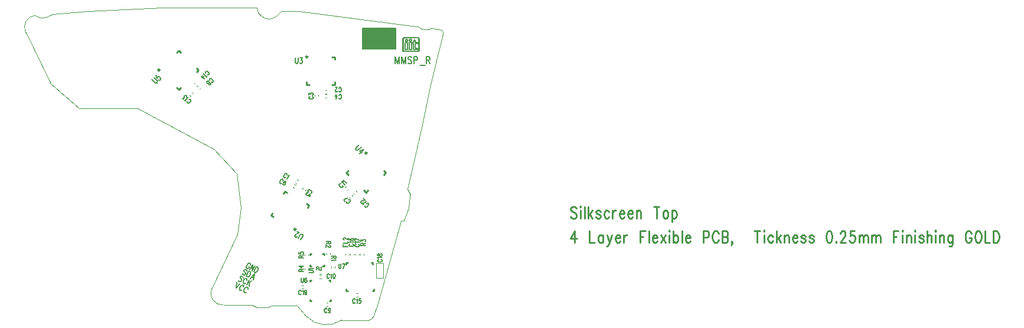
<source format=gbr>
*
*
G04 PADS 9.3 Build Number: 433611 generated Gerber (RS-274-X) file*
G04 PC Version=2.1*
*
%IN "MMSP_R.pcb"*%
*
%MOIN*%
*
%FSLAX35Y35*%
*
*
*
*
G04 PC Standard Apertures*
*
*
G04 Thermal Relief Aperture macro.*
%AMTER*
1,1,$1,0,0*
1,0,$1-$2,0,0*
21,0,$3,$4,0,0,45*
21,0,$3,$4,0,0,135*
%
*
*
G04 Annular Aperture macro.*
%AMANN*
1,1,$1,0,0*
1,0,$2,0,0*
%
*
*
G04 Odd Aperture macro.*
%AMODD*
1,1,$1,0,0*
1,0,$1-0.005,0,0*
%
*
*
G04 PC Custom Aperture Macros*
*
*
*
*
*
*
G04 PC Aperture Table*
*
%ADD010C,0.001*%
%ADD011C,0.00394*%
%ADD012C,0.004*%
%ADD013C,0.01*%
%ADD014C,0.00591*%
%ADD015C,0.00787*%
*
*
*
*
G04 PC Circuitry*
G04 Layer Name MMSP_R.pcb - circuitry*
%LPD*%
*
*
G04 PC Custom Flashes*
G04 Layer Name MMSP_R.pcb - flashes*
%LPD*%
*
*
G04 PC Circuitry*
G04 Layer Name MMSP_R.pcb - circuitry*
%LPD*%
*
G54D10*
G01X1084338Y879416D02*
G75*
G03X1091450Y870727I6795J-1694D01*
G01X1084337Y879411D02*
X1084469Y879661D01*
X1084449Y879640*
X1099338Y910590*
X1101338Y925590*
X1099000Y945000*
X1086000Y959000*
X1043000Y982000*
X1010098*
X994098Y996000*
X979772Y1024917*
X985282Y1034748D02*
G03X979774Y1024913I607J-6800D01*
G01X985288Y1034748D02*
X985335Y1034744D01*
X986024Y1034055*
X986021Y1034056D02*
G03X994094Y1034883I3373J6886D01*
G01X994091Y1034881D02*
X994565Y1035356D01*
X1015000Y1037000*
X1057000Y1039000*
X1110433*
G03X1113187Y1034052I5045J-433*
G01X1113191Y1034049D02*
G03X1121065I3937J4610D01*
G01X1121067Y1034051D02*
X1124016Y1037000D01*
X1134000*
X1200197Y1028298*
X1201353*
G03X1209173Y1027455I4431J4416*
G01X1209174D02*
X1209247Y1027530D01*
X1214758Y1026365*
X1215407Y1024033D02*
G03X1214757Y1026366I-2399J589D01*
G01X1215407Y1024032D02*
X1208068Y994095D01*
X1203663Y972687*
X1195353Y936537*
X1196877Y932972*
X1193429Y918301D02*
G03X1196877Y932946I-27976J14316D01*
G01X1193432Y918307D02*
X1191535D01*
X1188000Y905000*
X1178563Y871588*
X1175919Y863986*
X1173588Y862205D02*
G03X1175920Y863988I-330J2848D01*
G01X1173585Y862205D02*
X1158055D01*
X1138351Y864223D02*
G03X1158054Y862204I11040J10587D01*
G01X1138356Y864218D02*
X1132826Y870374D01*
X1118110*
X1116978Y869242*
X1110236*
X1107677Y870727*
X1091453*
G54D11*
X1133530Y941241D02*
X1132814Y941654D01*
X1132546Y939536D02*
X1131830Y939949D01*
X1146497Y887600D02*
X1145670D01*
X1146497Y885631D02*
X1145670D01*
X1160578Y937813D02*
X1159994Y937229D01*
X1161970Y936421D02*
X1161386Y935837D01*
X1164746Y934003D02*
X1165330Y933419D01*
X1166138Y935395D02*
X1166722Y934811D01*
X1072226Y989515D02*
X1072811Y988931D01*
X1073618Y990907D02*
X1074203Y990323D01*
X1076430Y994667D02*
X1077014Y995252D01*
X1075038Y996059D02*
X1075622Y996644D01*
X1167126Y877402D02*
X1166299D01*
X1167126Y875433D02*
X1166299D01*
X1162953Y899803D02*
Y898976D01*
X1164921Y899803D02*
Y898976D01*
X1165906Y899803D02*
Y898976D01*
X1167874Y899803D02*
Y898976D01*
X1148819Y990512D02*
X1149646D01*
X1148819Y992480D02*
X1149646D01*
X1142874Y989764D02*
Y988937D01*
X1144843Y989764D02*
Y988937D01*
X1148819Y988150D02*
X1149646D01*
X1148819Y990118D02*
X1149646D01*
X1137501Y935368D02*
X1137914Y936084D01*
X1135796Y936352D02*
X1136209Y937068D01*
X1132152Y938682D02*
X1131436Y939095D01*
X1131168Y936977D02*
X1130452Y937390D01*
X1162384Y931641D02*
X1162968Y931057D01*
X1163776Y933033D02*
X1164360Y932449D01*
X1078004Y993092D02*
X1078589Y993677D01*
X1076613Y994484D02*
X1077197Y995069D01*
X1150434Y872049D02*
X1149607D01*
X1150434Y870080D02*
X1149607D01*
X1145669Y888543D02*
X1146496D01*
X1145669Y890512D02*
X1146496D01*
X1160197Y899803D02*
Y898976D01*
X1162165Y899803D02*
Y898976D01*
X1152389Y892566D02*
Y891739D01*
X1154357Y892566D02*
Y891739D01*
X1151663Y899298D02*
Y900124D01*
X1149695Y899298D02*
Y900124D01*
X1168661Y899803D02*
Y898976D01*
X1170630Y899803D02*
Y898976D01*
X1136437Y881891D02*
X1135610D01*
X1136437Y879922D02*
X1135610D01*
X1139313Y890702D02*
Y891528D01*
X1137345Y890702D02*
Y891528D01*
X1137340Y899390D02*
Y898563D01*
X1139308Y899390D02*
Y898563D01*
G54D12*
X1181724Y894554D02*
X1177724D01*
Y886154*
X1181724*
Y894554*
G54D13*
X1140945Y884843D02*
X1140157D01*
Y884055*
Y873819D02*
Y873031D01*
X1140945*
X1151181D02*
X1151969D01*
Y873819*
X1151575Y884055D02*
Y884843D01*
X1150787*
X1161449Y894614D02*
X1160661D01*
Y893827*
Y879654D02*
Y878866D01*
X1161449*
X1175622D02*
X1176409D01*
Y879654*
X1175622Y893827D02*
Y894614D01*
X1174835*
X1132353Y913625D02*
G03X1132353I-573J0D01*
G01X1119506Y920711D02*
X1118142Y921499D01*
X1118929Y922863*
X1127380Y934350D02*
X1126016Y935137D01*
X1125229Y933773*
X1138290Y928050D02*
X1139681Y927247D01*
X1138878Y925856*
X1138959Y1011220D02*
G03X1138959I-573J0D01*
G01X1152559D02*
X1154134D01*
Y1009646*
X1152559Y995472D02*
X1154134D01*
Y997047*
X1139961Y995472D02*
X1138354D01*
Y997079*
X1172424Y956805D02*
G03X1172424I-574J0D01*
G01X1181872Y946783D02*
X1182986Y945669D01*
X1181872Y944556*
X1170737Y935647D02*
X1171850Y934534D01*
X1172964Y935647*
X1161828Y944556D02*
X1160693Y945692D01*
X1161828Y946827*
X1055579Y1003740D02*
G03X1055579I-573J0D01*
G01X1065028Y1013762D02*
X1066142Y1014876D01*
X1067255Y1013762*
X1076164Y1002627D02*
X1077277Y1003740D01*
X1076164Y1004854*
X1067255Y993718D02*
X1066119Y992582D01*
X1064984Y993718*
X1140255Y893391D02*
Y892604D01*
X1141043*
X1147342D02*
X1148129D01*
Y893391*
Y898903D02*
Y899690D01*
X1147342*
X1141043D02*
X1140255D01*
Y898903*
X1289674Y912665D02*
X1287402Y908290D01*
X1290811*
X1289674Y912665D02*
Y906102D01*
X1298083Y912665D02*
Y906102D01*
X1300811*
X1305583Y910477D02*
Y906102D01*
Y909540D02*
X1305129Y910165D01*
X1304674Y910477*
X1303992*
X1303538Y910165*
X1303083Y909540*
X1302856Y908602*
Y907977*
X1303083Y907040*
X1303538Y906415*
X1303992Y906102*
X1304674*
X1305129Y906415*
X1305583Y907040*
X1307856Y910477D02*
X1309220Y906102D01*
X1310583Y910477D02*
X1309220Y906102D01*
X1308765Y904852*
X1308311Y904227*
X1307856Y903915*
X1307629*
X1312629Y908602D02*
X1315356D01*
Y909227*
X1315129Y909852*
X1314902Y910165*
X1314447Y910477*
X1313765*
X1313311Y910165*
X1312856Y909540*
X1312629Y908602*
Y907977*
X1312856Y907040*
X1313311Y906415*
X1313765Y906102*
X1314447*
X1314902Y906415*
X1315356Y907040*
X1317402Y910477D02*
Y906102D01*
Y908602D02*
X1317629Y909540D01*
X1318083Y910165*
X1318538Y910477*
X1319220*
X1326492Y912665D02*
Y906102D01*
Y912665D02*
X1329447D01*
X1326492Y909540D02*
X1328311D01*
X1331492Y912665D02*
Y906102D01*
X1333538Y908602D02*
X1336265D01*
Y909227*
X1336038Y909852*
X1335811Y910165*
X1335356Y910477*
X1334674*
X1334220Y910165*
X1333765Y909540*
X1333538Y908602*
Y907977*
X1333765Y907040*
X1334220Y906415*
X1334674Y906102*
X1335356*
X1335811Y906415*
X1336265Y907040*
X1338311Y910477D02*
X1340811Y906102D01*
Y910477D02*
X1338311Y906102D01*
X1342856Y912665D02*
X1343083Y912352D01*
X1343311Y912665*
X1343083Y912977*
X1342856Y912665*
X1343083Y910477D02*
Y906102D01*
X1345356Y912665D02*
Y906102D01*
Y909540D02*
X1345811Y910165D01*
X1346265Y910477*
X1346947*
X1347402Y910165*
X1347856Y909540*
X1348083Y908602*
Y907977*
X1347856Y907040*
X1347402Y906415*
X1346947Y906102*
X1346265*
X1345811Y906415*
X1345356Y907040*
X1350129Y912665D02*
Y906102D01*
X1352174Y908602D02*
X1354902D01*
Y909227*
X1354674Y909852*
X1354447Y910165*
X1353992Y910477*
X1353311*
X1352856Y910165*
X1352402Y909540*
X1352174Y908602*
Y907977*
X1352402Y907040*
X1352856Y906415*
X1353311Y906102*
X1353992*
X1354447Y906415*
X1354902Y907040*
X1362174Y912665D02*
Y906102D01*
Y912665D02*
X1364220D01*
X1364902Y912352*
X1365129Y912040*
X1365356Y911415*
Y910477*
X1365129Y909852*
X1364902Y909540*
X1364220Y909227*
X1362174*
X1370811Y911102D02*
X1370583Y911727D01*
X1370129Y912352*
X1369674Y912665*
X1368765*
X1368311Y912352*
X1367856Y911727*
X1367629Y911102*
X1367402Y910165*
Y908602*
X1367629Y907665*
X1367856Y907040*
X1368311Y906415*
X1368765Y906102*
X1369674*
X1370129Y906415*
X1370583Y907040*
X1370811Y907665*
X1372856Y912665D02*
Y906102D01*
Y912665D02*
X1374902D01*
X1375583Y912352*
X1375811Y912040*
X1376038Y911415*
Y910790*
X1375811Y910165*
X1375583Y909852*
X1374902Y909540*
X1372856D02*
X1374902D01*
X1375583Y909227*
X1375811Y908915*
X1376038Y908290*
Y907352*
X1375811Y906727*
X1375583Y906415*
X1374902Y906102*
X1372856*
X1378538Y906415D02*
X1378311Y906102D01*
X1378083Y906415*
X1378311Y906727*
X1378538Y906415*
Y905790*
X1378311Y905165*
X1378083Y904852*
X1392629Y912665D02*
Y906102D01*
X1391038Y912665D02*
X1394220D01*
X1396265D02*
X1396492Y912352D01*
X1396720Y912665*
X1396492Y912977*
X1396265Y912665*
X1396492Y910477D02*
Y906102D01*
X1401492Y909540D02*
X1401038Y910165D01*
X1400583Y910477*
X1399902*
X1399447Y910165*
X1398992Y909540*
X1398765Y908602*
Y907977*
X1398992Y907040*
X1399447Y906415*
X1399902Y906102*
X1400583*
X1401038Y906415*
X1401492Y907040*
X1403538Y912665D02*
Y906102D01*
X1405811Y910477D02*
X1403538Y907352D01*
X1404447Y908602D02*
X1406038Y906102D01*
X1408083Y910477D02*
Y906102D01*
Y909227D02*
X1408765Y910165D01*
X1409220Y910477*
X1409902*
X1410356Y910165*
X1410583Y909227*
Y906102*
X1412629Y908602D02*
X1415356D01*
Y909227*
X1415129Y909852*
X1414902Y910165*
X1414447Y910477*
X1413765*
X1413311Y910165*
X1412856Y909540*
X1412629Y908602*
Y907977*
X1412856Y907040*
X1413311Y906415*
X1413765Y906102*
X1414447*
X1414902Y906415*
X1415356Y907040*
X1419902Y909540D02*
X1419674Y910165D01*
X1418992Y910477*
X1418311*
X1417629Y910165*
X1417402Y909540*
X1417629Y908915*
X1418083Y908602*
X1419220Y908290*
X1419674Y907977*
X1419902Y907352*
Y907040*
X1419674Y906415*
X1418992Y906102*
X1418311*
X1417629Y906415*
X1417402Y907040*
X1424447Y909540D02*
X1424220Y910165D01*
X1423538Y910477*
X1422856*
X1422174Y910165*
X1421947Y909540*
X1422174Y908915*
X1422629Y908602*
X1423765Y908290*
X1424220Y907977*
X1424447Y907352*
Y907040*
X1424220Y906415*
X1423538Y906102*
X1422856*
X1422174Y906415*
X1421947Y907040*
X1433083Y912665D02*
X1432402Y912352D01*
X1431947Y911415*
X1431720Y909852*
Y908915*
X1431947Y907352*
X1432402Y906415*
X1433083Y906102*
X1433538*
X1434220Y906415*
X1434674Y907352*
X1434902Y908915*
Y909852*
X1434674Y911415*
X1434220Y912352*
X1433538Y912665*
X1433083*
X1437174Y906727D02*
X1436947Y906415D01*
X1437174Y906102*
X1437402Y906415*
X1437174Y906727*
X1439674Y911102D02*
Y911415D01*
X1439902Y912040*
X1440129Y912352*
X1440583Y912665*
X1441492*
X1441947Y912352*
X1442174Y912040*
X1442402Y911415*
Y910790*
X1442174Y910165*
X1441720Y909227*
X1439447Y906102*
X1442629*
X1447629Y912665D02*
X1445356D01*
X1445129Y909852*
X1445356Y910165*
X1446038Y910477*
X1446720*
X1447402Y910165*
X1447856Y909540*
X1448083Y908602*
X1447856Y907977*
X1447629Y907040*
X1447174Y906415*
X1446492Y906102*
X1445811*
X1445129Y906415*
X1444902Y906727*
X1444674Y907352*
X1450129Y910477D02*
Y906102D01*
Y909227D02*
X1450811Y910165D01*
X1451265Y910477*
X1451947*
X1452402Y910165*
X1452629Y909227*
Y906102*
Y909227D02*
X1453311Y910165D01*
X1453765Y910477*
X1454447*
X1454902Y910165*
X1455129Y909227*
Y906102*
X1457174Y910477D02*
Y906102D01*
Y909227D02*
X1457856Y910165D01*
X1458311Y910477*
X1458992*
X1459447Y910165*
X1459674Y909227*
Y906102*
Y909227D02*
X1460356Y910165D01*
X1460811Y910477*
X1461492*
X1461947Y910165*
X1462174Y909227*
Y906102*
X1469447Y912665D02*
Y906102D01*
Y912665D02*
X1472402D01*
X1469447Y909540D02*
X1471265D01*
X1474447Y912665D02*
X1474674Y912352D01*
X1474902Y912665*
X1474674Y912977*
X1474447Y912665*
X1474674Y910477D02*
Y906102D01*
X1476947Y910477D02*
Y906102D01*
Y909227D02*
X1477629Y910165D01*
X1478083Y910477*
X1478765*
X1479220Y910165*
X1479447Y909227*
Y906102*
X1481492Y912665D02*
X1481720Y912352D01*
X1481947Y912665*
X1481720Y912977*
X1481492Y912665*
X1481720Y910477D02*
Y906102D01*
X1486492Y909540D02*
X1486265Y910165D01*
X1485583Y910477*
X1484902*
X1484220Y910165*
X1483992Y909540*
X1484220Y908915*
X1484674Y908602*
X1485811Y908290*
X1486265Y907977*
X1486492Y907352*
Y907040*
X1486265Y906415*
X1485583Y906102*
X1484902*
X1484220Y906415*
X1483992Y907040*
X1488538Y912665D02*
Y906102D01*
Y909227D02*
X1489220Y910165D01*
X1489674Y910477*
X1490356*
X1490811Y910165*
X1491038Y909227*
Y906102*
X1493083Y912665D02*
X1493311Y912352D01*
X1493538Y912665*
X1493311Y912977*
X1493083Y912665*
X1493311Y910477D02*
Y906102D01*
X1495583Y910477D02*
Y906102D01*
Y909227D02*
X1496265Y910165D01*
X1496720Y910477*
X1497402*
X1497856Y910165*
X1498083Y909227*
Y906102*
X1502856Y910477D02*
Y905477D01*
X1502629Y904540*
X1502402Y904227*
X1501947Y903915*
X1501265*
X1500811Y904227*
X1502856Y909540D02*
X1502402Y910165D01*
X1501947Y910477*
X1501265*
X1500811Y910165*
X1500356Y909540*
X1500129Y908602*
Y907977*
X1500356Y907040*
X1500811Y906415*
X1501265Y906102*
X1501947*
X1502402Y906415*
X1502856Y907040*
X1513538Y911102D02*
X1513311Y911727D01*
X1512856Y912352*
X1512402Y912665*
X1511492*
X1511038Y912352*
X1510583Y911727*
X1510356Y911102*
X1510129Y910165*
Y908602*
X1510356Y907665*
X1510583Y907040*
X1511038Y906415*
X1511492Y906102*
X1512402*
X1512856Y906415*
X1513311Y907040*
X1513538Y907665*
Y908602*
X1512402D02*
X1513538D01*
X1516947Y912665D02*
X1516492Y912352D01*
X1516038Y911727*
X1515811Y911102*
X1515583Y910165*
Y908602*
X1515811Y907665*
X1516038Y907040*
X1516492Y906415*
X1516947Y906102*
X1517856*
X1518311Y906415*
X1518765Y907040*
X1518992Y907665*
X1519220Y908602*
Y910165*
X1518992Y911102*
X1518765Y911727*
X1518311Y912352*
X1517856Y912665*
X1516947*
X1521265D02*
Y906102D01*
X1523992*
X1526038Y912665D02*
Y906102D01*
Y912665D02*
X1527629D01*
X1528311Y912352*
X1528765Y911727*
X1528992Y911102*
X1529220Y910165*
Y908602*
X1528992Y907665*
X1528765Y907040*
X1528311Y906415*
X1527629Y906102*
X1526038*
X1290583Y925507D02*
X1290129Y926132D01*
X1289447Y926444*
X1288538*
X1287856Y926132*
X1287402Y925507*
Y924882*
X1287629Y924257*
X1287856Y923944*
X1288311Y923632*
X1289674Y923007*
X1290129Y922694*
X1290356Y922382*
X1290583Y921757*
Y920819*
X1290129Y920194*
X1289447Y919882*
X1288538*
X1287856Y920194*
X1287402Y920819*
X1292629Y926444D02*
X1292856Y926132D01*
X1293083Y926444*
X1292856Y926757*
X1292629Y926444*
X1292856Y924257D02*
Y919882D01*
X1295129Y926444D02*
Y919882D01*
X1297174Y926444D02*
Y919882D01*
X1299447Y924257D02*
X1297174Y921132D01*
X1298083Y922382D02*
X1299674Y919882D01*
X1304220Y923319D02*
X1303992Y923944D01*
X1303311Y924257*
X1302629*
X1301947Y923944*
X1301720Y923319*
X1301947Y922694*
X1302402Y922382*
X1303538Y922069*
X1303992Y921757*
X1304220Y921132*
Y920819*
X1303992Y920194*
X1303311Y919882*
X1302629*
X1301947Y920194*
X1301720Y920819*
X1308992Y923319D02*
X1308538Y923944D01*
X1308083Y924257*
X1307402*
X1306947Y923944*
X1306492Y923319*
X1306265Y922382*
Y921757*
X1306492Y920819*
X1306947Y920194*
X1307402Y919882*
X1308083*
X1308538Y920194*
X1308992Y920819*
X1311038Y924257D02*
Y919882D01*
Y922382D02*
X1311265Y923319D01*
X1311720Y923944*
X1312174Y924257*
X1312856*
X1314902Y922382D02*
X1317629D01*
Y923007*
X1317402Y923632*
X1317174Y923944*
X1316720Y924257*
X1316038*
X1315583Y923944*
X1315129Y923319*
X1314902Y922382*
Y921757*
X1315129Y920819*
X1315583Y920194*
X1316038Y919882*
X1316720*
X1317174Y920194*
X1317629Y920819*
X1319674Y922382D02*
X1322402D01*
Y923007*
X1322174Y923632*
X1321947Y923944*
X1321492Y924257*
X1320811*
X1320356Y923944*
X1319902Y923319*
X1319674Y922382*
Y921757*
X1319902Y920819*
X1320356Y920194*
X1320811Y919882*
X1321492*
X1321947Y920194*
X1322402Y920819*
X1324447Y924257D02*
Y919882D01*
Y923007D02*
X1325129Y923944D01*
X1325583Y924257*
X1326265*
X1326720Y923944*
X1326947Y923007*
Y919882*
X1335811Y926444D02*
Y919882D01*
X1334220Y926444D02*
X1337402D01*
X1340583Y924257D02*
X1340129Y923944D01*
X1339674Y923319*
X1339447Y922382*
Y921757*
X1339674Y920819*
X1340129Y920194*
X1340583Y919882*
X1341265*
X1341720Y920194*
X1342174Y920819*
X1342402Y921757*
Y922382*
X1342174Y923319*
X1341720Y923944*
X1341265Y924257*
X1340583*
X1344447D02*
Y917694D01*
Y923319D02*
X1344902Y923944D01*
X1345356Y924257*
X1346038*
X1346492Y923944*
X1346947Y923319*
X1347174Y922382*
Y921757*
X1346947Y920819*
X1346492Y920194*
X1346038Y919882*
X1345356*
X1344902Y920194*
X1344447Y920819*
G54D14*
X1127147Y944341D02*
X1127192Y944599D01*
X1127160Y944901*
X1127067Y945097*
X1126757Y945276*
X1126540Y945259*
X1126262Y945135*
X1126062Y944967*
X1125800Y944692*
X1125492Y944159*
X1125385Y943795*
X1125340Y943537*
X1125371Y943235*
X1125465Y943039*
X1125775Y942860*
X1125991Y942877*
X1126269Y943000*
X1126470Y943169*
X1127906Y944045D02*
X1128122Y944062D01*
X1128539Y944247*
X1127247Y942010*
X1151145Y887795D02*
X1151056Y888041D01*
X1150877Y888287*
X1150698Y888410*
X1150340*
X1150161Y888287*
X1149982Y888041*
X1149893Y887795*
X1149803Y887426*
Y886811*
X1149893Y886442*
X1149982Y886196*
X1150161Y885950*
X1150340Y885827*
X1150698*
X1150877Y885950*
X1151056Y886196*
X1151145Y886442*
X1151951Y887918D02*
X1152130Y888041D01*
X1152398Y888410*
Y885827*
X1153740Y888410D02*
X1153472Y888287D01*
X1153293Y887918*
X1153203Y887303*
Y886934*
X1153293Y886319*
X1153472Y885950*
X1153740Y885827*
X1153919*
X1154188Y885950*
X1154366Y886319*
X1154366D02*
X1154456Y886934D01*
Y887303*
X1154366Y887918*
X1154366D02*
X1154188Y888287D01*
X1153919Y888410*
X1153740*
X1157671Y939330D02*
X1157434Y939441D01*
X1157133Y939488*
X1156920Y939449*
X1156667Y939196*
X1156627Y938982*
X1156675Y938682*
X1156785Y938445*
X1156983Y938120*
X1157418Y937685*
X1157742Y937488*
X1157980Y937377*
X1158280Y937329*
X1158494Y937369*
X1158747Y937622*
X1158786Y937836*
X1158739Y938136*
X1158628Y938373*
X1158154Y939987D02*
X1158193Y940200D01*
X1158122Y940651*
X1159949Y938824*
X1159039Y940873D02*
X1159079Y941086D01*
X1159008Y941537*
X1160835Y939710*
X1171382Y927195D02*
X1171272Y926958D01*
X1171224Y926657*
X1171264Y926444*
X1171517Y926191*
X1171730Y926151*
X1172031Y926199*
X1172268Y926309*
X1172592Y926507*
X1173027Y926942*
X1173225Y927266*
X1173336Y927504*
X1173383Y927804*
X1173344Y928018*
X1173091Y928271*
X1172877Y928310*
X1172577Y928263*
X1172577D02*
X1172339Y928152D01*
X1170726Y927678D02*
X1170512Y927717D01*
X1170062Y927646*
X1171888Y929473*
X1169864Y928714D02*
X1169777Y928627D01*
X1169540Y928516*
X1169389Y928492*
X1169176Y928532*
X1168923Y928785*
X1168883Y928998*
X1168907Y929149*
X1169018Y929386*
X1169192Y929560*
X1169429Y929671*
X1169816Y929805*
X1171319Y930042*
X1170433Y930928*
X1071027Y986038D02*
X1070916Y985801D01*
X1070868Y985500*
X1070908Y985287*
X1071161Y985033*
X1071375Y984994*
X1071675Y985041*
X1071912Y985152*
X1072237Y985350*
X1072672Y985785*
X1072869Y986109*
X1072980Y986346*
X1073027Y986647*
X1072988Y986860*
X1072735Y987113*
X1072521Y987153*
X1072221Y987106*
X1071984Y986995*
X1070370Y986520D02*
X1070157Y986560D01*
X1069706Y986489*
X1071533Y988316*
X1069010Y987185D02*
X1068314Y987881D01*
X1069389Y988197*
X1069200Y988387*
X1069160Y988600*
X1069184Y988751*
X1069382Y989075*
X1069556Y989249*
X1069880Y989447*
X1070180Y989494*
X1070457Y989391*
X1070647Y989201*
X1070750Y988925*
X1070726Y988774*
X1070615Y988537*
X1082293Y1001127D02*
X1082530Y1001016D01*
X1082830Y1000969*
X1083044Y1001008*
X1083297Y1001261*
X1083337Y1001475*
X1083289Y1001775*
X1083178Y1002013*
X1082981Y1002337*
X1082546Y1002772*
X1082221Y1002970*
X1081984Y1003080*
X1081684Y1003128*
X1081470Y1003088*
X1081217Y1002835*
X1081177Y1002622*
X1081225Y1002321*
X1081336Y1002084*
X1081810Y1000470D02*
X1081771Y1000257D01*
X1081842Y999806*
X1080015Y1001633*
X1080640Y998604D02*
X1080054Y1000455D01*
X1079105Y999506*
X1080640Y998604D02*
X1078813Y1000431D01*
X1165712Y873622D02*
X1165623Y873868D01*
X1165444Y874114*
X1165265Y874237*
X1164907*
X1164728Y874114*
X1164549Y873868*
X1164460Y873622*
X1164370Y873253*
Y872638*
X1164460Y872269*
X1164549Y872023*
X1164728Y871777*
X1164907Y871654*
X1165265*
X1165444Y871777*
X1165623Y872023*
X1165712Y872269*
X1166518Y873745D02*
X1166696Y873868D01*
X1166965Y874237*
Y871654*
X1168933Y874237D02*
X1168039D01*
X1167949Y873130*
X1168039Y873253*
X1168307Y873376*
X1168576*
X1168844Y873253*
X1169023Y873007*
X1169112Y872638*
X1169023Y872392*
X1168933Y872023*
X1168754Y871777*
X1168486Y871654*
X1168218*
X1167949Y871777*
X1167860Y871900*
X1167770Y872146*
X1162992Y905279D02*
X1162746Y905190D01*
X1162500Y905011*
X1162377Y904832*
Y904474*
X1162500Y904295*
X1162746Y904116*
X1162992Y904026*
X1163361Y903937*
X1163976*
X1164345Y904026*
X1164592Y904116*
X1164838Y904295*
X1164961Y904474*
Y904832*
X1164838Y905011*
X1164592Y905190*
X1164345Y905279*
X1162869Y906084D02*
X1162746Y906263D01*
X1162377Y906532*
X1164961*
X1162746Y908411D02*
X1162500Y908321D01*
X1162377Y908053*
Y907874*
X1162500Y907606*
X1162869Y907427*
X1163484Y907337*
X1164099*
X1164592Y907427*
X1164838Y907606*
X1164961Y907874*
Y907963*
X1164838Y908232*
X1164592Y908411*
X1164222Y908500*
X1164099*
X1163730Y908411*
X1163484Y908232*
X1163361Y907963*
Y907874*
X1163484Y907606*
X1163730Y907427*
X1164099Y907337*
X1166142Y905082D02*
X1165896Y904993D01*
X1165650Y904814*
X1165527Y904635*
Y904277*
X1165650Y904098*
X1165896Y903919*
X1166142Y903830*
X1166511Y903740*
X1167126*
X1167495Y903830*
X1167741Y903919*
X1167987Y904098*
X1168110Y904277*
Y904635*
X1167987Y904814*
X1167741Y904993*
X1167495Y905082*
X1166019Y905888D02*
X1165896Y906067D01*
X1165527Y906335*
X1168110*
X1165527Y908393D02*
X1168110Y907498D01*
X1165527Y907140D02*
Y908393D01*
X1178937Y896421D02*
X1178691Y896331D01*
X1178445Y896152*
X1178322Y895974*
Y895616*
X1178445Y895437*
X1178691Y895258*
X1178937Y895168*
X1179306Y895079*
X1179921*
X1180290Y895168*
X1180536Y895258*
X1180782Y895437*
X1180906Y895616*
Y895974*
X1180782Y896152*
X1180536Y896331*
X1180290Y896421*
X1178814Y897226D02*
X1178691Y897405D01*
X1178322Y897674*
X1180906*
X1178322Y898926D02*
X1178445Y898658D01*
X1178691Y898568*
X1178937*
X1179183Y898658*
X1179306Y898837*
X1179429Y899195*
X1179552Y899463*
X1179798Y899642*
X1180044Y899732*
X1180413*
X1180659Y899642*
X1180782Y899553*
X1180906Y899284*
Y898926*
X1180782Y898658*
X1180659Y898568*
X1180413Y898479*
X1180044*
X1179798Y898568*
X1179552Y898747*
X1179429Y899016*
X1179306Y899374*
X1179183Y899553*
X1178937Y899642*
X1178691*
X1178445Y899553*
X1178322Y899284*
Y898926*
X1156532Y991929D02*
X1156621Y991683D01*
X1156800Y991437*
X1156979Y991314*
X1157337*
X1157516Y991437*
X1157695Y991683*
X1157785Y991929*
X1157874Y992298*
Y992913*
X1157785Y993282*
X1157695Y993529*
X1157516Y993775*
X1157337Y993898*
X1156979*
X1156800Y993775*
X1156621Y993529*
X1156532Y993282*
X1155637Y991929D02*
Y991806D01*
X1155548Y991560*
X1155458Y991437*
X1155279Y991314*
X1154921*
X1154742Y991437*
X1154653Y991560*
X1154563Y991806*
Y992052*
X1154653Y992298*
X1154832Y992667*
X1155727Y993898*
X1154474*
X1140157Y988744D02*
X1139911Y988654D01*
X1139665Y988475*
X1139542Y988296*
Y987938*
X1139665Y987759*
X1139911Y987581*
X1140157Y987491*
X1140527Y987402*
X1141142*
X1141511Y987491*
X1141757Y987581*
X1142003Y987759*
X1142126Y987938*
Y988296*
X1142003Y988475*
X1141757Y988654*
X1141511Y988744*
X1139542Y989728D02*
Y990712D01*
X1140527Y990175*
Y990444*
X1140650Y990623*
X1140773Y990712*
X1141142Y990802*
X1141388*
X1141757Y990712*
X1142003Y990533*
X1142126Y990265*
Y989996*
X1142003Y989728*
X1141880Y989639*
X1141634Y989549*
X1156532Y987992D02*
X1156621Y987746D01*
X1156800Y987500*
X1156979Y987377*
X1157337*
X1157516Y987500*
X1157695Y987746*
X1157785Y987992*
X1157874Y988361*
Y988976*
X1157785Y989345*
X1157695Y989592*
X1157516Y989838*
X1157337Y989961*
X1156979*
X1156800Y989838*
X1156621Y989592*
X1156532Y989345*
X1154832Y987377D02*
X1155727Y989099D01*
X1154384*
X1154832Y987377D02*
Y989961D01*
X1140469Y934166D02*
X1140727Y934120D01*
X1141030Y934152*
X1141226Y934246*
X1141405Y934556*
X1141388Y934772*
X1141264Y935050*
X1141096Y935251*
X1140821Y935513*
X1140288Y935820*
X1139924Y935927*
X1139666Y935973*
X1139363Y935941*
X1139167Y935847*
X1138988Y935537*
X1139005Y935321*
X1139129Y935043*
X1139297Y934842*
X1140018Y932153D02*
X1140465Y932928D01*
X1139551Y933559*
X1139613Y933420*
X1139585Y933126*
X1139451Y932894*
X1139210Y932723*
X1138908Y932691*
X1138543Y932798*
X1138375Y932999*
X1138100Y933261*
X1137976Y933539*
X1138004Y933833*
X1138138Y934065*
X1138379Y934236*
X1138530Y934252*
X1138788Y934207*
X1124960Y941032D02*
X1125006Y941290D01*
X1124974Y941592*
X1124880Y941788*
X1124570Y941967*
X1124354Y941950*
X1124076Y941827*
X1123875Y941658*
X1123613Y941383*
X1123306Y940851*
X1123199Y940486*
X1123153Y940228*
X1123185Y939926*
X1123279Y939730*
X1123589Y939551*
X1123805Y939568*
X1124083Y939691*
X1124284Y939860*
X1126711Y940305D02*
X1126756Y940563D01*
X1126585Y940804*
X1126430Y940893*
X1126136Y940921*
X1125797Y940691*
X1125412Y940203*
X1125104Y939670*
X1124936Y939199*
X1124967Y938897*
X1125138Y938656*
X1125216Y938611*
X1125510Y938584*
X1125788Y938707*
X1126050Y938982*
X1126111Y939089*
X1126219Y939453*
X1126187Y939756*
X1126016Y939996*
X1125938Y940041*
X1125644Y940069*
X1125366Y939945*
X1125104Y939670*
X1161045Y929282D02*
X1160934Y929044D01*
X1160887Y928744*
X1160926Y928530*
X1161179Y928277*
X1161393Y928238*
X1161693Y928285*
X1161931Y928396*
X1162255Y928593*
X1162690Y929028*
X1162888Y929353*
X1162998Y929590*
X1163046Y929890*
X1163006Y930104*
X1162753Y930357*
X1162540Y930397*
X1162239Y930349*
X1162002Y930238*
X1159155Y930302D02*
X1161614Y931496D01*
X1160040Y929416D02*
X1159155Y930302D01*
X1084625Y996999D02*
X1084862Y996888D01*
X1085162Y996841*
X1085376Y996881*
X1085629Y997134*
X1085669Y997347*
X1085621Y997648*
X1085510Y997885*
X1085313Y998209*
X1084878Y998644*
X1084553Y998842*
X1084316Y998953*
X1084016Y999000*
X1083802Y998961*
X1083549Y998707*
X1083509Y998494*
X1083557Y998193*
X1083668Y997956*
X1084174Y995678D02*
X1084277Y995955D01*
X1084166Y996192*
X1083992Y996366*
X1083755Y996477*
X1083541Y996438*
X1083201Y996272*
X1082924Y996169*
X1082624Y996216*
X1082386Y996327*
X1082125Y996588*
X1082015Y996825*
X1081991Y996975*
X1082094Y997252*
X1082347Y997505*
X1082624Y997608*
X1082774Y997584*
X1083011Y997474*
X1083272Y997213*
X1083383Y996975*
X1083430Y996675*
X1083328Y996398*
X1083161Y996058*
X1083122Y995844*
X1083233Y995607*
X1083407Y995433*
X1083644Y995323*
X1083921Y995425*
X1084174Y995678*
X1149767Y868307D02*
X1149678Y868553D01*
X1149499Y868799*
X1149320Y868922*
X1148962*
X1148783Y868799*
X1148604Y868553*
X1148515Y868307*
X1148425Y867938*
Y867323*
X1148515Y866954*
X1148604Y866708*
X1148783Y866462*
X1148962Y866339*
X1149320*
X1149499Y866462*
X1149678Y866708*
X1149767Y866954*
X1151736Y868061D02*
X1151646Y867692D01*
X1151467Y867446*
X1151199Y867323*
X1151110*
X1150841Y867446*
X1150662Y867692*
X1150573Y868061*
Y868184*
X1150662Y868553*
X1150841Y868799*
X1151110Y868922*
X1151199*
X1151467Y868799*
X1151646Y868553*
X1151736Y868061*
Y867446*
X1151646Y866831*
X1151467Y866462*
X1151199Y866339*
X1151020*
X1150752Y866462*
X1150662Y866708*
X1144094Y892298D02*
Y890748D01*
Y892298D02*
X1144792D01*
X1144094Y891560D02*
X1144524D01*
X1145276Y892298D02*
Y890748D01*
X1145920*
X1146403Y892003D02*
X1146510Y892077D01*
X1146671Y892298*
Y890748*
X1159031Y903740D02*
X1161614D01*
X1159031D02*
Y904903D01*
X1160261Y903740D02*
Y904456D01*
X1159031Y905709D02*
X1161614D01*
Y906782*
X1159646Y907677D02*
X1159523D01*
X1159277Y907767*
X1159154Y907856*
X1159031Y908035*
Y908393*
X1159154Y908572*
X1159277Y908661*
X1159523Y908751*
X1159769*
X1160015Y908661*
X1160384Y908482*
X1161614Y907588*
Y908840*
X1154946Y898425D02*
X1152362D01*
X1154946D02*
Y897620D01*
X1154823Y897351*
X1154700Y897262*
X1154454Y897173*
X1154208*
X1153962Y897262*
X1153839Y897351*
X1153716Y897620*
Y898425*
Y897799D02*
X1152362Y897173D01*
X1154454Y896367D02*
X1154577Y896188D01*
X1154946Y895920*
X1152362*
X1151796Y906693D02*
X1149213D01*
X1151796D02*
Y905888D01*
X1151673Y905619*
X1151550Y905530*
X1151304Y905440*
X1151058*
X1150812Y905530*
X1150689Y905619*
X1150566Y905888*
Y906693*
Y906067D02*
X1149213Y905440D01*
X1151181Y904545D02*
X1151304D01*
X1151550Y904456*
X1151673Y904366*
X1151673D02*
X1151796Y904188D01*
Y903830*
X1151673Y903651*
X1151550Y903561*
X1151304Y903472*
X1151058*
X1150812Y903561*
X1150443Y903740*
X1149213Y904635*
Y903382*
X1169070Y904528D02*
X1171654D01*
X1169070D02*
Y905333D01*
X1169193Y905601*
X1169316Y905691*
X1169562Y905780*
X1169808*
X1170054Y905691*
X1170177Y905601*
X1170300Y905333*
Y904528*
Y905154D02*
X1171654Y905780D01*
X1169070Y906764D02*
Y907749D01*
X1170054Y907212*
Y907480*
X1170177Y907659*
X1170300Y907749*
X1170669Y907838*
X1170915*
X1171284Y907749*
X1171531Y907570*
X1171654Y907301*
Y907033*
X1171531Y906764*
X1171407Y906675*
X1171161Y906586*
X1135236Y886048D02*
Y884203D01*
X1135326Y883834*
X1135505Y883588*
X1135773Y883465*
X1135952*
X1136220Y883588*
X1136399Y883834*
X1136489Y884203*
Y886048*
X1138368Y885679D02*
X1138278Y885925D01*
X1138010Y886048*
X1137831*
X1137563Y885925*
X1137384Y885556*
X1137294Y884941*
Y884326*
X1137384Y883834*
X1137563Y883588*
X1137831Y883465*
X1137921*
X1138189Y883588*
X1138368Y883834*
X1138457Y884203*
Y884326*
X1138368Y884695*
X1138189Y884941*
X1137921Y885064*
X1137831*
X1137563Y884941*
X1137384Y884695*
X1137294Y884326*
X1156496Y894119D02*
Y892274D01*
X1156586Y891905*
X1156764Y891658*
X1157033Y891535*
X1157212*
X1157480Y891658*
X1157659Y891905*
X1157749Y892274*
Y894119*
X1159807D02*
X1158912Y891535D01*
X1158554Y894119D02*
X1159807D01*
X1139739Y888976D02*
X1141585D01*
X1141954Y889066*
X1142200Y889245*
X1142323Y889513*
Y889692*
X1142200Y889961*
X1141954Y890140*
X1141585Y890229*
X1139739*
X1140231Y891034D02*
X1140108Y891213D01*
X1139739Y891482*
X1142323*
X1135200Y878543D02*
X1135111Y878789D01*
X1134932Y879035*
X1134753Y879158*
X1134395*
X1134216Y879035*
X1134037Y878789*
X1133948Y878543*
X1133858Y878174*
Y877559*
X1133948Y877190*
X1134037Y876944*
X1134216Y876698*
X1134395Y876575*
X1134753*
X1134932Y876698*
X1135111Y876944*
X1135200Y877190*
X1136006Y878666D02*
X1136185Y878789D01*
X1136453Y879158*
Y876575*
X1138422Y878297D02*
X1138332Y877928D01*
X1138153Y877682*
X1137885Y877559*
X1137795*
X1137527Y877682*
X1137348Y877928*
X1137258Y878297*
Y878420*
X1137348Y878789*
X1137527Y879035*
X1137795Y879158*
X1137885*
X1138153Y879035*
X1138332Y878789*
X1138422Y878297*
Y877682*
X1138332Y877067*
X1138153Y876698*
X1137885Y876575*
X1137706*
X1137437Y876698*
X1137348Y876944*
X1134031Y889764D02*
X1136614D01*
X1134031D02*
Y890569D01*
X1134154Y890838*
X1134277Y890927*
X1134523Y891016*
X1134769*
X1135015Y890927*
X1135138Y890838*
X1135261Y890569*
Y889764*
Y890390D02*
X1136614Y891016D01*
X1134031Y892717D02*
X1135753Y891822D01*
Y893164*
X1134031Y892717D02*
X1136614D01*
X1134031Y897441D02*
X1136614D01*
X1134031D02*
Y898246D01*
X1134154Y898515*
X1134277Y898604*
X1134523Y898694*
X1134769*
X1135015Y898604*
X1135138Y898515*
X1135261Y898246*
Y897441*
Y898067D02*
X1136614Y898694D01*
X1134031Y900662D02*
Y899767D01*
X1135138Y899678*
X1135015Y899767*
X1134892Y900036*
Y900304*
X1135015Y900573*
X1135261Y900752*
X1135630Y900841*
X1135876Y900752*
X1136245Y900662*
X1136491Y900483*
X1136614Y900215*
Y899946*
X1136491Y899678*
X1136368Y899588*
X1136122Y899499*
X1169783Y1027264D02*
X1188484D01*
Y1015846*
X1169783*
Y1027264*
X1188484*
X1169783Y1026673D02*
X1188484D01*
X1169783Y1026083D02*
X1188484D01*
X1169783Y1025492D02*
X1188484D01*
X1169783Y1024902D02*
X1188484D01*
X1169783Y1024311D02*
X1188484D01*
X1169783Y1023720D02*
X1188484D01*
X1169783Y1023130D02*
X1188484D01*
X1169783Y1022539D02*
X1188484D01*
X1169783Y1021949D02*
X1188484D01*
X1169783Y1021358D02*
X1188484D01*
X1169783Y1020768D02*
X1188484D01*
X1169783Y1020177D02*
X1188484D01*
X1169783Y1019587D02*
X1188484D01*
X1169783Y1018996D02*
X1188484D01*
X1169783Y1018406D02*
X1188484D01*
X1169783Y1017815D02*
X1188484D01*
X1169783Y1017224D02*
X1188484D01*
X1169783Y1016634D02*
X1188484D01*
X1169783Y1016043D02*
X1188484D01*
X1169783Y1015846D02*
Y1027264D01*
X1170374Y1015846D02*
Y1027264D01*
X1170965Y1015846D02*
Y1027264D01*
X1171555Y1015846D02*
Y1027264D01*
X1172146Y1015846D02*
Y1027264D01*
X1172736Y1015846D02*
Y1027264D01*
X1173327Y1015846D02*
Y1027264D01*
X1173917Y1015846D02*
Y1027264D01*
X1174508Y1015846D02*
Y1027264D01*
X1175098Y1015846D02*
Y1027264D01*
X1175689Y1015846D02*
Y1027264D01*
X1176280Y1015846D02*
Y1027264D01*
X1176870Y1015846D02*
Y1027264D01*
X1177461Y1015846D02*
Y1027264D01*
X1178051Y1015846D02*
Y1027264D01*
X1178642Y1015846D02*
Y1027264D01*
X1179232Y1015846D02*
Y1027264D01*
X1179823Y1015846D02*
Y1027264D01*
X1180413Y1015846D02*
Y1027264D01*
X1181004Y1015846D02*
Y1027264D01*
X1181594Y1015846D02*
Y1027264D01*
X1182185Y1015846D02*
Y1027264D01*
X1182776Y1015846D02*
Y1027264D01*
X1183366Y1015846D02*
Y1027264D01*
X1183957Y1015846D02*
Y1027264D01*
X1184547Y1015846D02*
Y1027264D01*
X1185138Y1015846D02*
Y1027264D01*
X1185728Y1015846D02*
Y1027264D01*
X1186319Y1015846D02*
Y1027264D01*
X1186909Y1015846D02*
Y1027264D01*
X1187500Y1015846D02*
Y1027264D01*
X1188091Y1015846D02*
Y1027264D01*
X1201378Y1022047D02*
Y1022038D01*
X1201414Y1022039*
Y1022030*
X1201456*
Y1022022*
X1201490*
Y1022013*
X1201515*
Y1022005*
X1201532*
Y1021997*
X1201557*
Y1021988*
X1201573*
Y1021980*
X1201590*
Y1021972*
X1201607*
Y1021963*
X1201615*
Y1021955*
X1201632*
Y1021947*
X1201649*
Y1021938*
X1201657*
Y1021930*
X1201665*
Y1021922*
X1201682*
Y1021913*
X1201690*
Y1021905*
X1201699*
Y1021896*
X1201707*
Y1021888*
X1201715*
Y1021880*
X1201724*
Y1021871*
X1201732*
Y1021863*
X1201741*
Y1021855*
X1201749*
Y1021846*
X1201757*
Y1021838*
X1201766*
Y1021821*
X1201774*
Y1021813*
X1201782*
Y1021796*
X1201791*
Y1021788*
X1201799*
Y1021771*
X1201807*
Y1021754*
X1201816*
Y1021738*
X1201824*
Y1021721*
X1201833*
Y1021696*
X1201841*
Y1021671*
X1201849*
Y1017323*
X1201858Y1014848*
X1201849*
Y1014814*
X1201841*
Y1014789*
X1201833*
Y1014764*
X1201824*
Y1014747*
X1201816*
Y1014731*
X1201807*
Y1014714*
X1201799*
Y1014697*
X1201791*
Y1014689*
X1201782*
Y1014672*
X1201774*
Y1014664*
X1201766*
Y1014647*
X1201757*
Y1014639*
X1201749*
Y1014630*
X1201741*
Y1014622*
X1201732*
Y1014613*
X1201724*
Y1014605*
X1201715*
Y1014597*
X1201707*
Y1014588*
X1201699*
Y1014580*
X1201690*
Y1014572*
X1201682*
Y1014563*
X1201665*
Y1014555*
X1201657*
Y1014547*
X1201649*
Y1014538*
X1201632*
Y1014530*
X1201615*
Y1014521*
X1201607*
Y1014513*
X1201590*
Y1014505*
X1201573*
Y1014496*
X1201557*
Y1014488*
X1201532*
Y1014480*
X1201515*
Y1014471*
X1201481*
Y1014463*
X1201406*
Y1014455*
X1192769*
Y1021629*
X1192777*
Y1021671*
X1192785*
Y1021696*
X1192794*
Y1021721*
X1192802*
Y1021738*
X1192810*
Y1021754*
X1192819*
Y1021771*
X1192827*
Y1021788*
X1192835*
Y1021796*
X1192844*
Y1021813*
X1192852*
Y1021821*
X1192861*
Y1021830*
X1192869*
Y1021846*
X1192877*
Y1021855*
X1192886*
Y1021863*
X1192894*
Y1021871*
X1192902*
Y1021880*
X1192911*
Y1021888*
X1192919*
Y1021896*
X1192927*
Y1021905*
X1192936*
Y1021913*
X1192944*
Y1021922*
X1192961*
Y1021930*
X1192969*
Y1021938*
X1192986*
Y1021947*
X1192994*
Y1021955*
X1193011*
Y1021963*
X1193019*
Y1021972*
X1193036*
Y1021980*
X1193053*
Y1021988*
X1193070*
Y1021997*
X1193095*
Y1022005*
X1193111*
Y1022013*
X1193145*
Y1022022*
X1193170*
Y1022030*
X1193212*
Y1022039*
X1193247*
Y1022047*
X1201378*
X1201375Y1021930D02*
X1193239D01*
Y1021922*
X1193197*
Y1021913*
X1193164*
Y1021905*
X1193139*
Y1021896*
X1193122*
Y1021888*
X1193097*
Y1021880*
X1193089*
Y1021871*
X1193072*
Y1021863*
X1193055*
Y1021855*
X1193047*
Y1021846*
X1193030*
Y1021838*
X1193022*
Y1021830*
X1193013*
Y1021821*
X1192997*
Y1021813*
X1192988*
Y1021804*
X1192980*
Y1021796*
X1192971*
Y1021788*
X1192963*
Y1021779*
X1192955*
Y1021763*
X1192946*
Y1021754*
X1192938*
Y1021746*
X1192930*
Y1021729*
X1192921*
Y1021721*
X1192913*
Y1021704*
X1192905*
Y1021687*
X1192896*
Y1021662*
X1192888*
Y1021637*
X1192879*
Y1021604*
X1192871*
Y1014555*
X1201375*
Y1014563*
X1201417*
Y1014572*
X1201450*
Y1014580*
X1201475*
Y1014588*
X1201492*
Y1014597*
X1201517*
Y1014605*
X1201534*
Y1014613*
X1201542*
Y1014622*
X1201559*
Y1014630*
X1201576*
Y1014639*
X1201584*
Y1014647*
X1201592*
Y1014655*
X1201609*
Y1014664*
X1201617*
Y1014672*
X1201626*
Y1014680*
X1201634*
Y1014689*
X1201642*
Y1014697*
X1201651*
Y1014705*
X1201659*
Y1014722*
X1201668*
Y1014731*
X1201676*
Y1014739*
X1201684*
Y1014756*
X1201693*
Y1014764*
X1201701*
Y1014781*
X1201709*
Y1014797*
X1201718*
Y1014823*
X1201726*
Y1014848*
X1201734*
Y1014881*
X1201743*
Y1021604*
X1201734*
Y1021637*
X1201726*
Y1021662*
X1201718*
Y1021687*
X1201709*
Y1021704*
X1201701*
Y1021721*
X1201693*
Y1021729*
X1201684*
Y1021746*
X1201676*
Y1021754*
X1201668*
Y1021763*
X1201659*
Y1021779*
X1201651*
Y1021788*
X1201642*
Y1021796*
X1201634*
Y1021804*
X1201626*
Y1021813*
X1201617*
Y1021821*
X1201609*
Y1021830*
X1201592*
Y1021838*
X1201584*
Y1021846*
X1201576*
Y1021855*
X1201559*
Y1021863*
X1201542*
Y1021871*
X1201534*
Y1021880*
X1201517*
Y1021888*
X1201492*
Y1021896*
X1201475*
Y1021905*
X1201450*
Y1021913*
X1201417*
Y1021922*
X1201375*
Y1021930*
X1195255Y1019533D02*
Y1015386D01*
X1194101*
Y1019533*
X1195255*
X1197437D02*
Y1015386D01*
X1196283*
Y1019533*
X1197437*
X1194819Y1021248D02*
Y1021240D01*
X1194869*
Y1021231*
X1194903*
Y1021223*
X1194928*
Y1021215*
X1194944*
Y1021206*
X1194969*
Y1021198*
X1194986*
Y1021189*
X1194986D02*
X1195003D01*
X1195003D02*
Y1021181D01*
X1195020*
Y1021173*
X1195028*
Y1021164*
X1195045*
Y1021156*
X1195061*
Y1021148*
X1195070*
Y1021139*
X1195078*
Y1021131*
X1195095*
Y1021123*
X1195103*
Y1021114*
X1195112*
Y1021106*
X1195120*
Y1021098*
X1195128*
Y1021089*
X1195137*
Y1021081*
X1195145*
Y1021072*
X1195153*
Y1021064*
X1195162*
Y1021056*
X1195170*
Y1021047*
X1195178*
Y1021039*
X1195187*
Y1021031*
X1195195*
Y1021022*
X1195204*
Y1021006*
X1195212*
Y1020997*
X1195220*
Y1020980*
X1195229*
Y1020972*
X1195237*
Y1020955*
X1195245*
Y1020947*
X1195254*
Y1020930*
X1195262*
Y1020914*
X1195270*
Y1020897*
X1195279*
Y1020872*
X1195287*
Y1020855*
X1195296*
Y1020830*
X1195304*
Y1020797*
X1195312*
Y1020755*
X1195321*
Y1020529*
X1195312*
Y1020487*
X1195304*
Y1020454*
X1195296*
Y1020429*
X1195287*
Y1020404*
X1195279*
Y1020387*
X1195270*
Y1020370*
X1195262*
Y1020353*
X1195254*
Y1020337*
X1195245*
Y1020320*
X1195237*
Y1020303*
X1195229*
Y1020295*
X1195220*
Y1020286*
X1195212*
Y1020270*
X1195204*
Y1020261*
X1195195*
Y1020253*
X1195187*
Y1020236*
X1195178*
Y1020228*
X1195170*
Y1020220*
X1195162*
Y1020211*
X1195153*
Y1020203*
X1195145*
Y1020194*
X1195137*
Y1020186*
X1195128*
Y1020178*
X1195120*
Y1020169*
X1195112*
Y1020161*
X1195095*
Y1020153*
X1195086*
Y1020144*
X1195078*
Y1020136*
X1195061*
Y1020128*
X1195053*
Y1020119*
X1195036*
Y1020111*
X1195028*
Y1020102*
X1195011*
Y1020094*
X1194994*
Y1020086*
X1194978*
Y1020077*
X1194961*
Y1020069*
X1194936*
Y1020061*
X1194919*
Y1020052*
X1194886*
Y1020044*
X1194852*
Y1020036*
X1194802*
Y1020027*
X1194643*
Y1020036*
X1194585*
Y1020044*
X1194551*
Y1020052*
X1194526*
Y1020061*
X1194501*
Y1020069*
X1194484*
Y1020077*
X1194459*
Y1020086*
X1194443*
Y1020094*
X1194434*
Y1020102*
X1194418*
Y1020111*
X1194401*
Y1020119*
X1194392*
Y1020128*
X1194376*
Y1020136*
X1194367*
Y1020144*
X1194351*
Y1020153*
X1194342*
Y1020161*
X1194334*
Y1020169*
X1194326*
Y1020178*
X1194317*
Y1020186*
X1194309*
Y1020194*
X1194300*
Y1020203*
X1194292*
Y1020211*
X1194284*
Y1020220*
X1194275*
Y1020228*
X1194267*
Y1020236*
X1194259*
Y1020245*
X1194250*
Y1020253*
X1194242*
Y1020261*
X1194234*
Y1020278*
X1194225*
Y1020286*
X1194217*
Y1020303*
X1194208*
X1194208D02*
Y1020312D01*
X1194208D02*
X1194200D01*
Y1020328*
X1194192*
Y1020337*
X1194183*
Y1020353*
X1194175*
Y1020370*
X1194167*
Y1020395*
X1194158*
Y1020412*
X1194150*
Y1020437*
X1194142*
Y1020462*
X1194133*
Y1020495*
X1194125*
Y1020546*
X1194117*
Y1020738*
X1194125*
Y1020788*
X1194133*
Y1020822*
X1194142*
Y1020847*
X1194150*
Y1020872*
X1194158*
Y1020888*
X1194167*
Y1020905*
X1194175*
Y1020922*
X1194183*
Y1020939*
X1194192*
Y1020955*
X1194200*
Y1020964*
X1194208*
X1194208D02*
Y1020980D01*
X1194208D02*
X1194217D01*
Y1020989*
X1194225*
Y1021006*
X1194234*
Y1021014*
X1194242*
Y1021022*
X1194250*
Y1021039*
X1194259*
Y1021047*
X1194267*
Y1021056*
X1194275*
Y1021064*
X1194284*
Y1021072*
X1194292*
Y1021081*
X1194300*
Y1021089*
X1194309*
Y1021098*
X1194317*
Y1021106*
X1194326*
Y1021114*
X1194342*
Y1021123*
X1194351*
Y1021131*
X1194359*
Y1021139*
X1194376*
Y1021148*
X1194384*
Y1021156*
X1194401*
Y1021164*
X1194409*
Y1021173*
X1194426*
Y1021181*
X1194443*
Y1021189*
X1194443D02*
X1194459D01*
X1194459D02*
Y1021198D01*
X1194476*
Y1021206*
X1194493*
Y1021215*
X1194518*
Y1021223*
X1194543*
Y1021231*
X1194576*
Y1021240*
X1194618*
Y1021248*
X1194819*
X1197024D02*
Y1021240D01*
X1197065*
Y1021231*
X1197099*
Y1021223*
X1197124*
Y1021215*
X1197141*
Y1021206*
X1197166*
Y1021198*
X1197182*
Y1021189*
X1197182D02*
X1197199D01*
X1197199D02*
Y1021181D01*
X1197216*
Y1021173*
X1197233*
Y1021164*
X1197241*
Y1021156*
X1197258*
Y1021148*
X1197266*
Y1021139*
X1197274*
Y1021131*
X1197291*
Y1021123*
X1197300*
Y1021114*
X1197308*
Y1021106*
X1197316*
Y1021098*
X1197325*
Y1021089*
X1197333*
Y1021081*
X1197341*
Y1021072*
X1197350*
Y1021064*
X1197358*
Y1021056*
X1197366*
Y1021047*
X1197375*
Y1021039*
X1197383*
Y1021031*
X1197392*
Y1021022*
X1197400*
Y1021006*
X1197408*
Y1020997*
X1197417*
Y1020989*
X1197425*
Y1020972*
X1197433*
Y1020964*
X1197442*
Y1020947*
X1197450*
Y1020930*
X1197458*
Y1020914*
X1197467*
Y1020897*
X1197475*
Y1020880*
X1197484*
Y1020855*
X1197492*
Y1020830*
X1197500*
Y1020797*
X1197509*
Y1020755*
X1197517*
Y1020679*
X1197525*
Y1020604*
X1197517*
Y1020521*
X1197509*
Y1020479*
X1197500*
Y1020454*
X1197492*
Y1020429*
X1197484*
Y1020404*
X1197475*
Y1020387*
X1197467*
Y1020362*
X1197458*
Y1020345*
X1197450*
Y1020337*
X1197442*
Y1020320*
X1197433*
Y1020303*
X1197425*
Y1020295*
X1197417*
Y1020278*
X1197408*
Y1020270*
X1197400*
Y1020261*
X1197392*
Y1020245*
X1197383*
Y1020236*
X1197375*
Y1020228*
X1197366*
Y1020220*
X1197358*
Y1020211*
X1197350*
Y1020203*
X1197341*
Y1020194*
X1197333*
Y1020186*
X1197325*
Y1020178*
X1197316*
Y1020169*
X1197308*
Y1020161*
X1197291*
Y1020153*
X1197283*
Y1020144*
X1197274*
Y1020136*
X1197266*
Y1020128*
X1197249*
Y1020119*
X1197241*
Y1020111*
X1197224*
Y1020102*
X1197208*
Y1020094*
X1197191*
Y1020086*
X1197174*
Y1020077*
X1197157*
Y1020069*
X1197141*
Y1020061*
X1197116*
Y1020052*
X1197082*
Y1020044*
X1197049*
Y1020036*
X1196999*
Y1020027*
X1196840*
Y1020036*
X1196789*
Y1020044*
X1196748*
Y1020052*
X1196723*
Y1020061*
X1196698*
Y1020069*
X1196681*
Y1020077*
X1196664*
Y1020086*
X1196647*
Y1020094*
X1196631*
Y1020102*
X1196614*
Y1020111*
X1196597*
Y1020119*
X1196589*
Y1020128*
X1196572*
Y1020136*
X1196564*
Y1020144*
X1196555*
Y1020153*
X1196539*
Y1020161*
X1196530*
Y1020169*
X1196522*
Y1020178*
X1196514*
Y1020186*
X1196505*
Y1020194*
X1196497*
Y1020203*
X1196488*
Y1020211*
X1196480*
Y1020220*
X1196472*
Y1020228*
X1196463*
Y1020236*
X1196455*
Y1020245*
X1196447*
Y1020253*
X1196438*
Y1020270*
X1196430*
Y1020278*
X1196422*
Y1020286*
X1196413*
Y1020303*
X1196405*
Y1020312*
X1196397*
X1196397D02*
Y1020328D01*
X1196397D02*
X1196388D01*
Y1020345*
X1196380*
Y1020362*
X1196371*
Y1020378*
X1196363*
Y1020395*
X1196355*
Y1020412*
X1196346*
Y1020437*
X1196338*
Y1020470*
X1196330*
Y1020504*
X1196321*
Y1020554*
X1196313*
Y1020730*
X1196321*
Y1020780*
X1196330*
Y1020813*
X1196338*
Y1020838*
X1196346*
Y1020863*
X1196355*
Y1020888*
X1196363*
Y1020905*
X1196371*
Y1020922*
X1196380*
Y1020939*
X1196388*
Y1020955*
X1196397*
X1196397D02*
Y1020964D01*
X1196397D02*
X1196405D01*
Y1020980*
X1196413*
Y1020989*
X1196422*
Y1021006*
X1196430*
Y1021014*
X1196438*
Y1021022*
X1196447*
Y1021031*
X1196455*
Y1021039*
X1196463*
Y1021056*
X1196472*
Y1021064*
X1196480*
Y1021072*
X1196488*
Y1021081*
X1196497*
Y1021089*
X1196505*
Y1021098*
X1196514*
Y1021106*
X1196530*
Y1021114*
X1196539*
Y1021123*
X1196547*
Y1021131*
X1196555*
Y1021139*
X1196572*
Y1021148*
X1196580*
Y1021156*
X1196597*
Y1021164*
X1196606*
Y1021173*
X1196622*
Y1021181*
X1196639*
Y1021189*
X1196639D02*
X1196656D01*
X1196656D02*
Y1021198D01*
X1196672*
Y1021206*
X1196689*
Y1021215*
X1196714*
Y1021223*
X1196739*
Y1021231*
X1196773*
Y1021240*
X1196815*
Y1021248*
X1197024*
X1199720Y1020773D02*
Y1019402D01*
X1200807*
Y1018758*
X1199720*
Y1016551*
X1199728*
Y1016459*
X1199736*
Y1016400*
X1199745*
Y1016367*
X1199753*
Y1016333*
X1199761*
Y1016300*
X1199770*
Y1016275*
X1199778*
Y1016258*
X1199786*
Y1016241*
X1199795*
Y1016225*
X1199803*
Y1016208*
X1199812*
Y1016191*
X1199820*
Y1016183*
X1199828*
Y1016166*
X1199837*
Y1016158*
X1199845*
Y1016150*
X1199845D02*
X1199853D01*
X1199853D02*
Y1016141D01*
X1199862*
Y1016133*
X1199870*
Y1016124*
X1199878*
Y1016116*
X1199887*
Y1016108*
X1199904*
Y1016099*
X1199912*
Y1016091*
X1199929*
Y1016083*
X1199945*
Y1016074*
X1199962*
Y1016066*
X1199979*
Y1016058*
X1200004*
Y1016049*
X1200037*
Y1016041*
X1200071*
Y1016032*
X1200129*
Y1016024*
X1200380*
Y1016032*
X1200455*
Y1016041*
X1200514*
Y1016049*
X1200556*
Y1016058*
X1200598*
Y1016066*
X1200639*
Y1016074*
X1200673*
Y1016083*
X1200706*
Y1016091*
X1200731*
Y1016099*
X1200765*
Y1016108*
X1200773*
Y1015447*
X1200756*
Y1015439*
X1200740*
Y1015430*
X1200715*
Y1015422*
X1200690*
Y1015414*
X1200664*
Y1015405*
X1200639*
Y1015397*
X1200606*
Y1015389*
X1200572*
Y1015380*
X1200539*
Y1015372*
X1200497*
Y1015364*
X1200455*
Y1015355*
X1200414*
Y1015347*
X1200363*
Y1015338*
X1200297*
Y1015330*
X1200230*
Y1015322*
X1200146*
Y1015313*
X1200029*
Y1015305*
X1199644*
Y1015313*
X1199569*
Y1015322*
X1199519*
Y1015330*
X1199477*
Y1015338*
X1199444*
Y1015347*
X1199410*
Y1015355*
X1199385*
Y1015364*
X1199360*
Y1015372*
X1199335*
Y1015380*
X1199310*
Y1015389*
X1199293*
Y1015397*
X1199268*
Y1015405*
X1199251*
Y1015414*
X1199235*
Y1015422*
X1199218*
Y1015430*
X1199201*
Y1015439*
X1199184*
Y1015447*
X1199168*
Y1015455*
X1199151*
Y1015464*
X1199143*
Y1015472*
X1199126*
Y1015481*
X1199118*
Y1015489*
X1199101*
Y1015497*
X1199092*
Y1015506*
X1199076*
Y1015514*
X1199067*
Y1015522*
X1199051*
Y1015531*
X1199042*
Y1015539*
X1199034*
Y1015547*
X1199026*
Y1015556*
X1199009*
Y1015564*
X1199000*
Y1015573*
X1198992*
Y1015581*
X1198984*
Y1015589*
X1198975*
Y1015598*
X1198967*
Y1015606*
X1198959*
Y1015614*
X1198950*
Y1015623*
X1198942*
Y1015631*
X1198934*
Y1015639*
X1198925*
Y1015648*
X1198917*
Y1015656*
X1198909*
X1198909D02*
Y1015665D01*
X1198909D02*
X1198900D01*
Y1015673*
X1198892*
Y1015681*
X1198883*
Y1015690*
X1198875*
Y1015698*
X1198867*
Y1015715*
X1198858*
Y1015723*
X1198850*
Y1015731*
X1198842*
Y1015748*
X1198833*
Y1015757*
X1198825*
Y1015765*
X1198817*
Y1015782*
X1198808*
Y1015790*
X1198800*
Y1015807*
X1198791*
Y1015815*
X1198783*
Y1015832*
X1198775*
Y1015848*
X1198766*
Y1015857*
X1198758*
Y1015874*
X1198750*
Y1015890*
X1198741*
Y1015907*
X1198733*
Y1015924*
X1198725*
Y1015940*
X1198716*
Y1015957*
X1198708*
Y1015982*
X1198699*
Y1015999*
X1198691*
Y1016016*
X1198683*
Y1016041*
X1198674*
Y1016066*
X1198666*
Y1016091*
X1198658*
Y1016116*
X1198649*
Y1016141*
X1198641*
Y1016175*
X1198633*
Y1016208*
X1198624*
Y1016241*
X1198616*
Y1016283*
X1198607*
Y1016325*
X1198599*
Y1016375*
X1198591*
Y1016442*
X1198582*
Y1016534*
X1198574*
Y1018767*
X1198081*
Y1019390*
X1198616Y1019394*
Y1019411*
X1198624*
Y1019444*
X1198633*
Y1019477*
X1198641*
Y1019503*
X1198649*
Y1019536*
X1198658*
Y1019561*
X1198666*
Y1019594*
X1198674*
Y1019628*
X1198683*
Y1019653*
X1198691*
Y1019686*
X1198699*
Y1019712*
X1198708*
Y1019745*
X1198716*
Y1019778*
X1198725*
Y1019804*
X1198733*
Y1019837*
X1198741*
Y1019862*
X1198750*
Y1019896*
X1198758*
Y1019929*
X1198766*
Y1019954*
X1198775*
Y1019987*
X1198783*
Y1020013*
X1198791*
Y1020046*
X1198800*
Y1020079*
X1198808*
Y1020105*
X1198817*
Y1020138*
X1198825*
Y1020163*
X1198833*
Y1020197*
X1198842*
Y1020230*
X1198850*
Y1020255*
X1198858*
Y1020289*
X1198867*
Y1020314*
X1198875*
Y1020347*
X1198883*
Y1020380*
X1198892*
Y1020406*
X1198900*
Y1020439*
X1198909*
X1198909D02*
Y1020464D01*
X1198909D02*
X1198917D01*
Y1020498*
X1198925*
Y1020531*
X1198934*
Y1020556*
X1198942*
Y1020590*
X1198950*
Y1020623*
X1198959*
Y1020648*
X1198967*
Y1020681*
X1198967D02*
X1198975D01*
X1198975D02*
Y1020707D01*
X1198984*
Y1020740*
X1198992*
Y1020773*
X1199720*
G54D15*
X1134960Y907608D02*
X1136114Y909605D01*
X1136248Y910061*
X1136208Y910439*
X1135994Y910740*
X1135800Y910852*
X1135433Y910886*
X1135085Y910732*
X1134758Y910388*
X1133604Y908391*
X1133020Y909616D02*
X1132943Y909482D01*
X1132693Y909272*
X1132519Y909195*
X1132248Y909173*
X1131861Y909397*
X1131744Y909642*
X1131724Y909831*
X1131781Y910154*
X1131935Y910420*
X1132185Y910630*
X1132610Y910918*
X1134347Y911691*
X1132991Y912474*
X1131881Y1010694D02*
Y1008387D01*
X1131993Y1007926*
X1132216Y1007618*
X1132552Y1007464*
X1132776*
X1133111Y1007618*
X1133335Y1007926*
X1133447Y1008387*
Y1010694*
X1134677D02*
X1135907D01*
X1135236Y1009464*
X1135572*
X1135795Y1009310*
X1135907Y1009156*
X1136019Y1008695*
Y1008387*
X1135907Y1007926*
X1135684Y1007618*
X1135348Y1007464*
X1135013*
X1134677Y1007618*
X1134565Y1007772*
X1134453Y1008080*
X1168009Y961316D02*
X1166378Y959684D01*
X1166131Y959279*
X1166072Y958903*
X1166200Y958557*
X1166359Y958399*
X1166705Y958271*
X1167080Y958330*
X1167486Y958577*
X1169117Y960208*
X1170619Y958706D02*
X1168306Y957974D01*
X1169492Y956788*
X1170619Y958706D02*
X1168336Y956422D01*
X1051052Y998229D02*
X1052683Y996598D01*
X1053089Y996351*
X1053464Y996291*
X1053810Y996420*
X1053969Y996578*
X1054097Y996924*
X1054038Y997300*
X1053791Y997705*
X1052159Y999336*
X1053899Y1001076D02*
X1053108Y1000285D01*
X1054008Y999227*
X1053978Y999415*
X1054107Y999761*
X1054344Y999999*
X1054690Y1000127*
X1055066Y1000068*
X1055471Y999821*
X1055610Y999524*
X1055857Y999119*
X1055916Y998743*
X1055788Y998397*
X1055550Y998160*
X1055204Y998031*
X1055016Y998061*
X1054720Y998199*
X1104608Y889963D02*
X1104546Y890338D01*
X1104315Y890626*
X1103915Y890826*
X1103546Y890839*
X1103208Y890664*
X1103070Y890389*
X1103033Y890064*
X1103064Y889876*
X1103195Y889639*
X1103657Y889063*
X1103788Y888826*
X1103819Y888638*
X1103782Y888313*
X1103575Y887900*
X1103237Y887726*
X1102869Y887738*
X1102469Y887939*
X1102237Y888226*
X1102175Y888602*
X1105715Y889925D02*
X1104269Y887037D01*
X1105715Y889925D02*
X1106415Y889574D01*
X1106646Y889287*
X1106708Y888911*
X1106671Y888586*
X1106564Y888124*
X1106220Y887436*
X1105913Y887074*
X1105675Y886849*
X1105338Y886674*
X1104969Y886687*
X1104269Y887037*
X1108815Y888372D02*
X1106569Y885885D01*
X1108815Y888372D02*
X1108169Y885084D01*
X1107351Y886698D02*
X1108351Y886197D01*
X1102443Y886223D02*
X1102380Y886598D01*
X1102149Y886886*
X1101749Y887086*
X1101380Y887099*
X1101043Y886924*
X1100905Y886649*
X1100867Y886324*
X1100898Y886136*
X1101030Y885899*
X1101492Y885323*
X1101623Y885085*
X1101654Y884898*
X1101616Y884573*
X1101410Y884160*
X1101072Y883985*
X1100703Y883998*
X1100303Y884198*
X1100072Y884486*
X1100010Y884861*
X1104705Y884746D02*
X1104743Y885071D01*
X1104681Y885446*
X1104549Y885684*
X1104149Y885884*
X1103881Y885847*
X1103543Y885672*
X1103305Y885447*
X1102999Y885085*
X1102654Y884397*
X1102548Y883934*
X1102510Y883609*
X1102572Y883234*
X1102703Y882996*
X1103103Y882796*
X1103372Y882834*
X1103710Y883008*
X1103948Y883233*
X1105950Y884983D02*
X1104504Y882095D01*
X1107350Y884282D02*
X1104986Y883058D01*
X1105830Y883495D02*
X1105904Y881394D01*
X1099084Y883596D02*
X1098438Y880308D01*
X1100684Y882795D02*
X1098438Y880308D01*
X1102740Y880906D02*
X1102778Y881231D01*
X1102715Y881606*
X1102584Y881844*
X1102184Y882044*
X1101915Y882007*
X1101578Y881832*
X1101340Y881607*
X1101033Y881244*
X1100689Y880557*
X1100582Y880094*
X1100545Y879769*
X1100607Y879394*
X1100738Y879156*
X1101138Y878956*
X1101407Y878993*
X1101745Y879168*
X1101982Y879393*
X1105140Y879704D02*
X1105178Y880029D01*
X1105116Y880404*
X1104984Y880642*
X1104584Y880842*
X1104315Y880805*
X1103978Y880630*
X1103740Y880405*
X1103433Y880042*
X1103089Y879355*
X1102983Y878892*
X1102945Y878567*
X1103007Y878192*
X1103138Y877954*
X1103538Y877754*
X1103807Y877791*
X1104145Y877966*
X1104383Y878191*
X1106539Y893378D02*
X1106577Y893703D01*
X1106514Y894078*
X1106383Y894316*
X1105983Y894516*
X1105714Y894479*
X1105377Y894304*
X1105139Y894079*
X1104832Y893717*
X1104488Y893029*
X1104381Y892567*
X1104344Y892242*
X1104406Y891866*
X1104537Y891629*
X1104937Y891428*
X1105206Y891466*
X1105544Y891641*
X1105781Y891865*
X1105988Y892278*
X1105488Y892528D02*
X1105988Y892278D01*
X1107783Y893615D02*
X1106337Y890727D01*
X1107783Y893615D02*
X1107737Y890026D01*
X1109183Y892914D02*
X1107737Y890026D01*
X1110083Y892463D02*
X1108637Y889575D01*
X1110083Y892463D02*
X1110784Y892113D01*
X1111015Y891825*
X1111077Y891450*
X1111039Y891124*
X1110933Y890662*
X1110588Y889974*
X1110282Y889612*
X1110044Y889387*
X1109706Y889212*
X1109337Y889225*
X1108637Y889575*
X1188386Y1011417D02*
Y1007283D01*
Y1011417D02*
X1189531Y1007283D01*
X1190676Y1011417D02*
X1189531Y1007283D01*
X1190676Y1011417D02*
Y1007283D01*
X1191965Y1011417D02*
Y1007283D01*
Y1011417D02*
X1193110Y1007283D01*
X1194256Y1011417D02*
X1193110Y1007283D01*
X1194256Y1011417D02*
Y1007283D01*
X1197548Y1010827D02*
X1197262Y1011220D01*
X1196832Y1011417*
X1196832D02*
X1196260D01*
X1195830Y1011220*
X1195544Y1010827*
Y1010433*
X1195687Y1010039*
X1195830Y1009843*
X1196117Y1009646*
X1196976Y1009252*
X1197262Y1009055*
X1197405Y1008858*
X1197548Y1008465*
Y1007874*
X1197262Y1007480*
X1196832Y1007283*
X1196832D02*
X1196260D01*
X1195830Y1007480*
X1195544Y1007874*
X1198837Y1011417D02*
Y1007283D01*
Y1011417D02*
X1200125D01*
X1200555Y1011220*
X1200698Y1011024*
X1200841Y1010630*
Y1010039*
X1200698Y1009646*
X1200555Y1009449*
X1200125Y1009252*
X1198837*
X1202130Y1006496D02*
X1205136D01*
X1205995Y1011417D02*
Y1007283D01*
Y1011417D02*
X1207283D01*
X1207713Y1011220*
X1207856Y1011024*
X1207999Y1010630*
Y1010236*
X1207856Y1009843*
X1207713Y1009646*
X1207283Y1009449*
X1205995*
X1206997D02*
X1207999Y1007283D01*
G74*
X0Y0D02*
M02*

</source>
